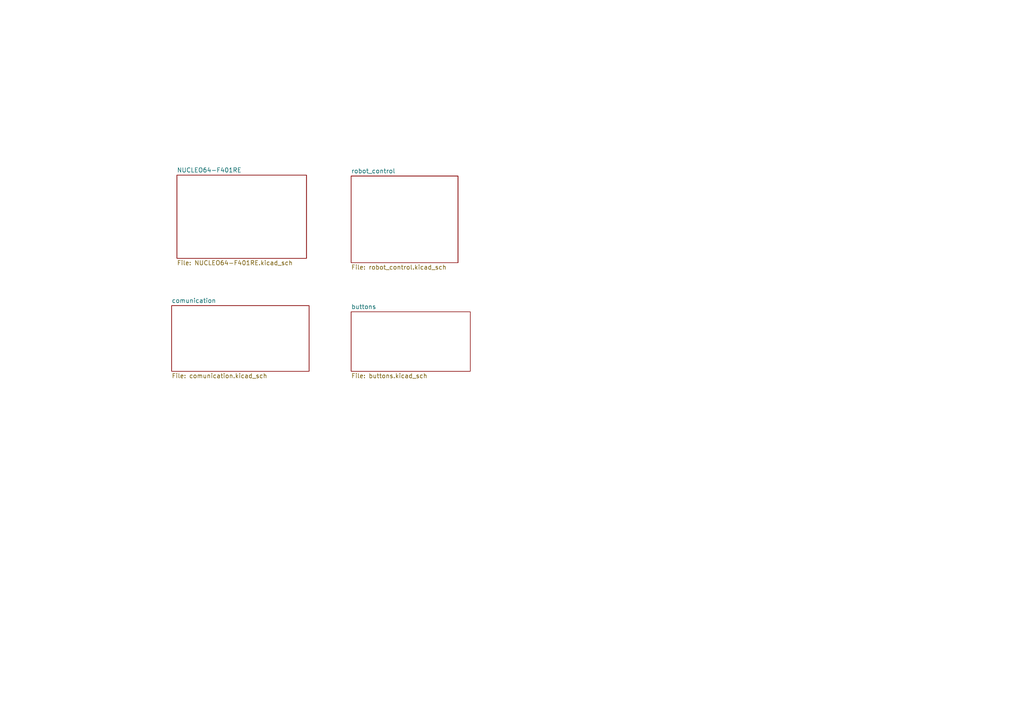
<source format=kicad_sch>
(kicad_sch
	(version 20231120)
	(generator "eeschema")
	(generator_version "8.0")
	(uuid "ae163cdc-3ade-4dd8-b919-22cb2fe1fc0d")
	(paper "A4")
	(lib_symbols)
	(sheet
		(at 101.854 90.424)
		(size 34.544 17.272)
		(fields_autoplaced yes)
		(stroke
			(width 0.1524)
			(type solid)
		)
		(fill
			(color 0 0 0 0.0000)
		)
		(uuid "058aa0b4-fac2-445c-ac7e-43d3e4df4375")
		(property "Sheetname" "buttons"
			(at 101.854 89.7124 0)
			(effects
				(font
					(size 1.27 1.27)
				)
				(justify left bottom)
			)
		)
		(property "Sheetfile" "buttons.kicad_sch"
			(at 101.854 108.2806 0)
			(effects
				(font
					(size 1.27 1.27)
				)
				(justify left top)
			)
		)
		(instances
			(project "PCB_robot_controller"
				(path "/ae163cdc-3ade-4dd8-b919-22cb2fe1fc0d"
					(page "5")
				)
			)
		)
	)
	(sheet
		(at 51.308 50.8)
		(size 37.592 24.13)
		(fields_autoplaced yes)
		(stroke
			(width 0.1524)
			(type solid)
		)
		(fill
			(color 0 0 0 0.0000)
		)
		(uuid "7f66a8ed-4951-4fbd-b642-27ea41431903")
		(property "Sheetname" "NUCLEO64-F401RE"
			(at 51.308 50.0884 0)
			(effects
				(font
					(size 1.27 1.27)
				)
				(justify left bottom)
			)
		)
		(property "Sheetfile" "NUCLEO64-F401RE.kicad_sch"
			(at 51.308 75.5146 0)
			(effects
				(font
					(size 1.27 1.27)
				)
				(justify left top)
			)
		)
		(instances
			(project "PCB_robot_controller"
				(path "/ae163cdc-3ade-4dd8-b919-22cb2fe1fc0d"
					(page "2")
				)
			)
		)
	)
	(sheet
		(at 49.784 88.646)
		(size 39.878 19.05)
		(fields_autoplaced yes)
		(stroke
			(width 0.1524)
			(type solid)
		)
		(fill
			(color 0 0 0 0.0000)
		)
		(uuid "9a6e3f2b-0977-4798-bcf3-af97e02f49f7")
		(property "Sheetname" "comunication"
			(at 49.784 87.9344 0)
			(effects
				(font
					(size 1.27 1.27)
				)
				(justify left bottom)
			)
		)
		(property "Sheetfile" "comunication.kicad_sch"
			(at 49.784 108.2806 0)
			(effects
				(font
					(size 1.27 1.27)
				)
				(justify left top)
			)
		)
		(instances
			(project "PCB_robot_controller"
				(path "/ae163cdc-3ade-4dd8-b919-22cb2fe1fc0d"
					(page "4")
				)
			)
		)
	)
	(sheet
		(at 101.854 51.054)
		(size 30.988 25.146)
		(fields_autoplaced yes)
		(stroke
			(width 0.1524)
			(type solid)
		)
		(fill
			(color 0 0 0 0.0000)
		)
		(uuid "f3ed1ab5-e511-4e05-aa5e-0d6a4c8f7d92")
		(property "Sheetname" "robot_control"
			(at 101.854 50.3424 0)
			(effects
				(font
					(size 1.27 1.27)
				)
				(justify left bottom)
			)
		)
		(property "Sheetfile" "robot_control.kicad_sch"
			(at 101.854 76.7846 0)
			(effects
				(font
					(size 1.27 1.27)
				)
				(justify left top)
			)
		)
		(instances
			(project "PCB_robot_controller"
				(path "/ae163cdc-3ade-4dd8-b919-22cb2fe1fc0d"
					(page "3")
				)
			)
		)
	)
	(sheet_instances
		(path "/"
			(page "1")
		)
	)
)

</source>
